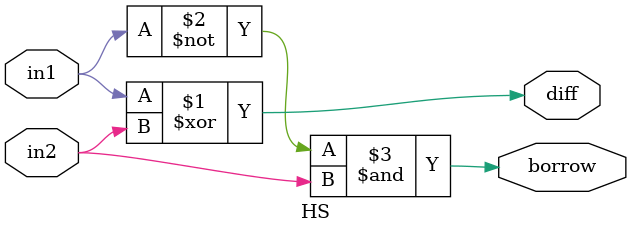
<source format=v>
module HS(in1,in2,diff,borrow);
	input in1,in2;
	output diff,borrow;
	xor(diff,in1,in2);
	and(borrow,~in1,in2);
endmodule

</source>
